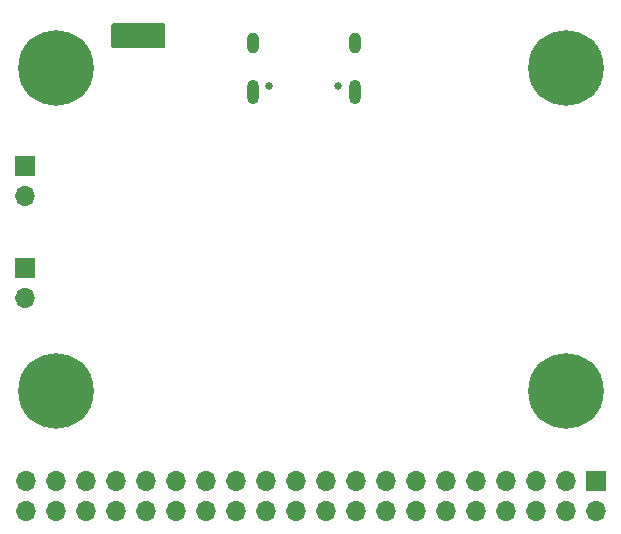
<source format=gbr>
%TF.GenerationSoftware,KiCad,Pcbnew,6.0.11-2627ca5db0~126~ubuntu20.04.1*%
%TF.CreationDate,2023-02-28T17:49:05+07:00*%
%TF.ProjectId,CY7C68013A-56-SSOP,43593743-3638-4303-9133-412d35362d53,rev?*%
%TF.SameCoordinates,Original*%
%TF.FileFunction,Soldermask,Bot*%
%TF.FilePolarity,Negative*%
%FSLAX46Y46*%
G04 Gerber Fmt 4.6, Leading zero omitted, Abs format (unit mm)*
G04 Created by KiCad (PCBNEW 6.0.11-2627ca5db0~126~ubuntu20.04.1) date 2023-02-28 17:49:05*
%MOMM*%
%LPD*%
G01*
G04 APERTURE LIST*
%ADD10C,0.800000*%
%ADD11C,6.400000*%
%ADD12R,1.700000X1.700000*%
%ADD13O,1.700000X1.700000*%
%ADD14C,0.650000*%
%ADD15O,1.000000X2.100000*%
%ADD16O,1.000000X1.800000*%
G04 APERTURE END LIST*
D10*
%TO.C,H2*%
X119171800Y-85889324D03*
X117474744Y-85186380D03*
X121571800Y-83489324D03*
X116771800Y-83489324D03*
X120868856Y-81792268D03*
D11*
X119171800Y-83489324D03*
D10*
X117474744Y-81792268D03*
X119171800Y-81089324D03*
X120868856Y-85186380D03*
%TD*%
D11*
%TO.C,H4*%
X119171800Y-110885200D03*
D10*
X117474744Y-109188144D03*
X119171800Y-113285200D03*
X120868856Y-112582256D03*
X117474744Y-112582256D03*
X119171800Y-108485200D03*
X116771800Y-110885200D03*
X121571800Y-110885200D03*
X120868856Y-109188144D03*
%TD*%
D12*
%TO.C,J1*%
X116535200Y-91816000D03*
D13*
X116535200Y-94356000D03*
%TD*%
D10*
%TO.C,H3*%
X159951800Y-83489324D03*
X160654744Y-85186380D03*
X164751800Y-83489324D03*
X162351800Y-85889324D03*
X164048856Y-81792268D03*
D11*
X162351800Y-83489324D03*
D10*
X160654744Y-81792268D03*
X162351800Y-81089324D03*
X164048856Y-85186380D03*
%TD*%
D12*
%TO.C,J2*%
X116535200Y-100452000D03*
D13*
X116535200Y-102992000D03*
%TD*%
D12*
%TO.C,J4*%
X164891800Y-118505200D03*
D13*
X164891800Y-121045200D03*
X162351800Y-118505200D03*
X162351800Y-121045200D03*
X159811800Y-118505200D03*
X159811800Y-121045200D03*
X157271800Y-118505200D03*
X157271800Y-121045200D03*
X154731800Y-118505200D03*
X154731800Y-121045200D03*
X152191800Y-118505200D03*
X152191800Y-121045200D03*
X149651800Y-118505200D03*
X149651800Y-121045200D03*
X147111800Y-118505200D03*
X147111800Y-121045200D03*
X144571800Y-118505200D03*
X144571800Y-121045200D03*
X142031800Y-118505200D03*
X142031800Y-121045200D03*
X139491800Y-118505200D03*
X139491800Y-121045200D03*
X136951800Y-118505200D03*
X136951800Y-121045200D03*
X134411800Y-118505200D03*
X134411800Y-121045200D03*
X131871800Y-118505200D03*
X131871800Y-121045200D03*
X129331800Y-118505200D03*
X129331800Y-121045200D03*
X126791800Y-118505200D03*
X126791800Y-121045200D03*
X124251800Y-118505200D03*
X124251800Y-121045200D03*
X121711800Y-118505200D03*
X121711800Y-121045200D03*
X119171800Y-118505200D03*
X119171800Y-121045200D03*
X116631800Y-118505200D03*
X116631800Y-121045200D03*
%TD*%
D10*
%TO.C,H1*%
X162351800Y-108485200D03*
D11*
X162351800Y-110885200D03*
D10*
X162351800Y-113285200D03*
X160654744Y-109188144D03*
X160654744Y-112582256D03*
X159951800Y-110885200D03*
X164048856Y-112582256D03*
X164751800Y-110885200D03*
X164048856Y-109188144D03*
%TD*%
D14*
%TO.C,J5*%
X137241800Y-85059200D03*
X143021800Y-85059200D03*
D15*
X144451800Y-85579200D03*
X135811800Y-85579200D03*
D16*
X135811800Y-81379200D03*
X144451800Y-81379200D03*
%TD*%
G36*
X128387321Y-79759202D02*
G01*
X128433814Y-79812858D01*
X128445200Y-79865200D01*
X128445200Y-81663200D01*
X128425198Y-81731321D01*
X128371542Y-81777814D01*
X128319200Y-81789200D01*
X123996200Y-81789200D01*
X123928079Y-81769198D01*
X123881586Y-81715542D01*
X123870200Y-81663200D01*
X123870200Y-79865200D01*
X123890202Y-79797079D01*
X123943858Y-79750586D01*
X123996200Y-79739200D01*
X128319200Y-79739200D01*
X128387321Y-79759202D01*
G37*
M02*

</source>
